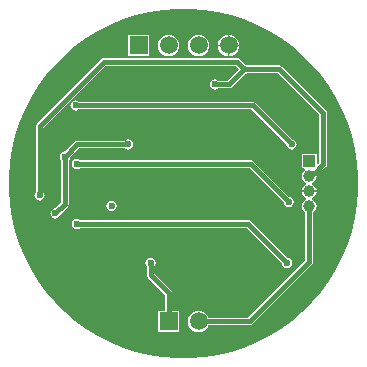
<source format=gbl>
G04*
G04 #@! TF.GenerationSoftware,Altium Limited,Altium Designer,22.0.2 (36)*
G04*
G04 Layer_Physical_Order=2*
G04 Layer_Color=16711680*
%FSLAX25Y25*%
%MOIN*%
G70*
G04*
G04 #@! TF.SameCoordinates,4316817A-AEA0-4868-BE51-98C0054D8074*
G04*
G04*
G04 #@! TF.FilePolarity,Positive*
G04*
G01*
G75*
%ADD28C,0.01500*%
%ADD29C,0.05906*%
%ADD30R,0.05906X0.05906*%
%ADD31C,0.03937*%
%ADD32R,0.03937X0.03937*%
%ADD33C,0.02362*%
G36*
X6852Y57893D02*
X11373Y57177D01*
X15824Y56108D01*
X20178Y54694D01*
X24407Y52942D01*
X28485Y50864D01*
X32388Y48472D01*
X36091Y45782D01*
X39572Y42809D01*
X42809Y39572D01*
X45782Y36091D01*
X48472Y32388D01*
X50864Y28485D01*
X52942Y24407D01*
X54694Y20178D01*
X56108Y15824D01*
X57177Y11373D01*
X57893Y6852D01*
X58252Y2289D01*
Y-2289D01*
X57893Y-6852D01*
X57177Y-11373D01*
X56108Y-15824D01*
X54694Y-20178D01*
X52942Y-24407D01*
X50864Y-28485D01*
X48472Y-32388D01*
X45782Y-36091D01*
X42809Y-39572D01*
X39572Y-42809D01*
X36091Y-45782D01*
X32388Y-48472D01*
X28485Y-50864D01*
X24407Y-52942D01*
X20178Y-54694D01*
X15824Y-56108D01*
X11373Y-57177D01*
X6852Y-57893D01*
X2289Y-58252D01*
X-2289D01*
X-6852Y-57893D01*
X-11373Y-57177D01*
X-15824Y-56108D01*
X-20178Y-54694D01*
X-24407Y-52942D01*
X-28485Y-50864D01*
X-32388Y-48472D01*
X-36091Y-45782D01*
X-39572Y-42809D01*
X-42809Y-39572D01*
X-45782Y-36091D01*
X-48472Y-32388D01*
X-50864Y-28485D01*
X-52942Y-24407D01*
X-54694Y-20178D01*
X-56108Y-15824D01*
X-57177Y-11373D01*
X-57893Y-6852D01*
X-58252Y-2289D01*
Y2289D01*
X-57893Y6852D01*
X-57177Y11373D01*
X-56108Y15824D01*
X-54694Y20178D01*
X-52942Y24407D01*
X-50864Y28485D01*
X-48472Y32388D01*
X-45782Y36091D01*
X-42809Y39572D01*
X-39572Y42809D01*
X-36091Y45782D01*
X-32388Y48472D01*
X-28485Y50864D01*
X-24407Y52942D01*
X-20178Y54694D01*
X-15824Y56108D01*
X-11373Y57177D01*
X-6852Y57893D01*
X-2289Y58252D01*
X2289D01*
X6852Y57893D01*
D02*
G37*
%LPC*%
G36*
X15250Y49450D02*
Y46250D01*
X18450D01*
X18364Y46901D01*
X18016Y47741D01*
X17462Y48463D01*
X16741Y49016D01*
X15901Y49364D01*
X15250Y49450D01*
D02*
G37*
G36*
X14750D02*
X14099Y49364D01*
X13259Y49016D01*
X12538Y48463D01*
X11984Y47741D01*
X11636Y46901D01*
X11550Y46250D01*
X14750D01*
Y49450D01*
D02*
G37*
G36*
X18450Y45750D02*
X15250D01*
Y42550D01*
X15901Y42636D01*
X16741Y42984D01*
X17462Y43538D01*
X18016Y44259D01*
X18364Y45099D01*
X18450Y45750D01*
D02*
G37*
G36*
X14750D02*
X11550D01*
X11636Y45099D01*
X11984Y44259D01*
X12538Y43538D01*
X13259Y42984D01*
X14099Y42636D01*
X14750Y42550D01*
Y45750D01*
D02*
G37*
G36*
X-11547Y49453D02*
X-18453D01*
Y42547D01*
X-11547D01*
Y49453D01*
D02*
G37*
G36*
X5000Y49483D02*
X4099Y49364D01*
X3259Y49016D01*
X2537Y48463D01*
X1984Y47741D01*
X1636Y46901D01*
X1517Y46000D01*
X1636Y45099D01*
X1984Y44259D01*
X2537Y43538D01*
X3259Y42984D01*
X4099Y42636D01*
X5000Y42518D01*
X5901Y42636D01*
X6741Y42984D01*
X7463Y43538D01*
X8016Y44259D01*
X8364Y45099D01*
X8483Y46000D01*
X8364Y46901D01*
X8016Y47741D01*
X7463Y48463D01*
X6741Y49016D01*
X5901Y49364D01*
X5000Y49483D01*
D02*
G37*
G36*
X-5000D02*
X-5901Y49364D01*
X-6741Y49016D01*
X-7463Y48463D01*
X-8016Y47741D01*
X-8364Y46901D01*
X-8483Y46000D01*
X-8364Y45099D01*
X-8016Y44259D01*
X-7463Y43538D01*
X-6741Y42984D01*
X-5901Y42636D01*
X-5000Y42518D01*
X-4099Y42636D01*
X-3259Y42984D01*
X-2537Y43538D01*
X-1984Y44259D01*
X-1636Y45099D01*
X-1517Y46000D01*
X-1636Y46901D01*
X-1984Y47741D01*
X-2537Y48463D01*
X-3259Y49016D01*
X-4099Y49364D01*
X-5000Y49483D01*
D02*
G37*
G36*
X-36000Y27714D02*
X-36656Y27584D01*
X-37212Y27212D01*
X-37584Y26656D01*
X-37714Y26000D01*
X-37584Y25344D01*
X-37212Y24788D01*
X-36656Y24416D01*
X-36000Y24286D01*
X-35344Y24416D01*
X-34881Y24725D01*
X22472D01*
X34308Y12890D01*
X34416Y12344D01*
X34788Y11788D01*
X35344Y11416D01*
X36000Y11286D01*
X36656Y11416D01*
X37212Y11788D01*
X37584Y12344D01*
X37714Y13000D01*
X37584Y13656D01*
X37212Y14212D01*
X36656Y14584D01*
X36110Y14692D01*
X23901Y26901D01*
X23488Y27178D01*
X23000Y27275D01*
X-34881D01*
X-35344Y27584D01*
X-36000Y27714D01*
D02*
G37*
G36*
X-18500Y14714D02*
X-19156Y14584D01*
X-19618Y14275D01*
X-35500D01*
X-35988Y14177D01*
X-36401Y13901D01*
X-39627Y10676D01*
X-40172Y10567D01*
X-40729Y10195D01*
X-41100Y9640D01*
X-41230Y8984D01*
X-41100Y8328D01*
X-40791Y7865D01*
Y-6298D01*
X-42801Y-8308D01*
X-43347Y-8416D01*
X-43903Y-8788D01*
X-44275Y-9344D01*
X-44405Y-10000D01*
X-44275Y-10656D01*
X-43903Y-11212D01*
X-43347Y-11584D01*
X-42691Y-11714D01*
X-42035Y-11584D01*
X-41479Y-11212D01*
X-41107Y-10656D01*
X-40999Y-10110D01*
X-38615Y-7727D01*
X-38339Y-7313D01*
X-38242Y-6825D01*
Y7865D01*
X-37933Y8328D01*
X-37824Y8873D01*
X-34972Y11726D01*
X-19618D01*
X-19156Y11416D01*
X-18500Y11286D01*
X-17844Y11416D01*
X-17288Y11788D01*
X-16916Y12344D01*
X-16786Y13000D01*
X-16916Y13656D01*
X-17288Y14212D01*
X-17844Y14584D01*
X-18500Y14714D01*
D02*
G37*
G36*
X17829Y41774D02*
X-26500D01*
X-26988Y41677D01*
X-27401Y41401D01*
X-48901Y19901D01*
X-49178Y19488D01*
X-49275Y19000D01*
Y-2881D01*
X-49584Y-3344D01*
X-49714Y-4000D01*
X-49584Y-4656D01*
X-49212Y-5212D01*
X-48656Y-5584D01*
X-48000Y-5714D01*
X-47344Y-5584D01*
X-46788Y-5212D01*
X-46416Y-4656D01*
X-46286Y-4000D01*
X-46416Y-3344D01*
X-46725Y-2881D01*
Y18472D01*
X-25972Y39226D01*
X17301D01*
X18457Y38069D01*
X14663Y34275D01*
X11619D01*
X11156Y34584D01*
X10500Y34714D01*
X9844Y34584D01*
X9288Y34212D01*
X8916Y33656D01*
X8786Y33000D01*
X8916Y32344D01*
X9288Y31788D01*
X9844Y31416D01*
X10500Y31286D01*
X11156Y31416D01*
X11619Y31725D01*
X15191D01*
X15679Y31822D01*
X16092Y32099D01*
X20370Y36377D01*
X20916Y36485D01*
X21378Y36794D01*
X31403D01*
X45226Y22972D01*
Y6957D01*
X44796Y6528D01*
X44335Y6719D01*
Y9968D01*
X39398D01*
Y5032D01*
X40312D01*
X40463Y4532D01*
X40086Y4280D01*
X39541Y3463D01*
X39349Y2500D01*
X39541Y1537D01*
X40086Y720D01*
X40749Y278D01*
X40763Y237D01*
Y-237D01*
X40749Y-278D01*
X40086Y-720D01*
X39541Y-1537D01*
X39399Y-2250D01*
X44333D01*
X44191Y-1537D01*
X43646Y-720D01*
X42983Y-278D01*
X42970Y-237D01*
Y237D01*
X42983Y278D01*
X43646Y720D01*
X44191Y1537D01*
X44383Y2500D01*
X44374Y2546D01*
X44466Y2638D01*
X44603Y2729D01*
X47401Y5528D01*
X47677Y5941D01*
X47774Y6429D01*
Y23500D01*
X47677Y23988D01*
X47401Y24401D01*
X32832Y38970D01*
X32419Y39246D01*
X31931Y39343D01*
X21378D01*
X20916Y39652D01*
X20370Y39761D01*
X18730Y41401D01*
X18316Y41677D01*
X17829Y41774D01*
D02*
G37*
G36*
X-35500Y8214D02*
X-36156Y8084D01*
X-36712Y7712D01*
X-37084Y7156D01*
X-37214Y6500D01*
X-37084Y5844D01*
X-36712Y5288D01*
X-36156Y4916D01*
X-35500Y4786D01*
X-34844Y4916D01*
X-34381Y5226D01*
X21846D01*
X33333Y-6262D01*
X33442Y-6808D01*
X33813Y-7364D01*
X34369Y-7735D01*
X35025Y-7866D01*
X35681Y-7735D01*
X36237Y-7364D01*
X36609Y-6808D01*
X36739Y-6152D01*
X36609Y-5496D01*
X36237Y-4940D01*
X35681Y-4568D01*
X35136Y-4460D01*
X23275Y7401D01*
X22861Y7677D01*
X22373Y7774D01*
X-34381D01*
X-34844Y8084D01*
X-35500Y8214D01*
D02*
G37*
G36*
X-24000Y-5786D02*
X-24656Y-5916D01*
X-25212Y-6288D01*
X-25584Y-6844D01*
X-25714Y-7500D01*
X-25584Y-8156D01*
X-25212Y-8712D01*
X-24656Y-9084D01*
X-24000Y-9214D01*
X-23344Y-9084D01*
X-22788Y-8712D01*
X-22416Y-8156D01*
X-22286Y-7500D01*
X-22416Y-6844D01*
X-22788Y-6288D01*
X-23344Y-5916D01*
X-24000Y-5786D01*
D02*
G37*
G36*
X-35500Y-11786D02*
X-36156Y-11916D01*
X-36712Y-12288D01*
X-37084Y-12844D01*
X-37214Y-13500D01*
X-37084Y-14156D01*
X-36712Y-14712D01*
X-36156Y-15084D01*
X-35500Y-15214D01*
X-34844Y-15084D01*
X-34381Y-14774D01*
X20972D01*
X32808Y-26610D01*
X32916Y-27156D01*
X33288Y-27712D01*
X33844Y-28084D01*
X34500Y-28214D01*
X35156Y-28084D01*
X35712Y-27712D01*
X36084Y-27156D01*
X36214Y-26500D01*
X36084Y-25844D01*
X35712Y-25288D01*
X35156Y-24916D01*
X34610Y-24808D01*
X22401Y-12599D01*
X21988Y-12323D01*
X21500Y-12225D01*
X-34381D01*
X-34844Y-11916D01*
X-35500Y-11786D01*
D02*
G37*
G36*
X44333Y-2750D02*
X39399D01*
X39541Y-3463D01*
X40086Y-4280D01*
X40749Y-4722D01*
X40763Y-4764D01*
Y-5237D01*
X40749Y-5278D01*
X40086Y-5720D01*
X39541Y-6537D01*
X39349Y-7500D01*
X39541Y-8463D01*
X40086Y-9280D01*
X40592Y-9617D01*
Y-25606D01*
X21472Y-44725D01*
X8209D01*
X8016Y-44259D01*
X7463Y-43538D01*
X6741Y-42984D01*
X5901Y-42636D01*
X5000Y-42518D01*
X4099Y-42636D01*
X3259Y-42984D01*
X2537Y-43538D01*
X1984Y-44259D01*
X1636Y-45099D01*
X1517Y-46000D01*
X1636Y-46901D01*
X1984Y-47741D01*
X2537Y-48463D01*
X3259Y-49016D01*
X4099Y-49364D01*
X5000Y-49483D01*
X5901Y-49364D01*
X6741Y-49016D01*
X7463Y-48463D01*
X8016Y-47741D01*
X8209Y-47275D01*
X22000D01*
X22488Y-47177D01*
X22901Y-46901D01*
X42767Y-27035D01*
X43044Y-26622D01*
X43141Y-26134D01*
Y-9617D01*
X43646Y-9280D01*
X44191Y-8463D01*
X44383Y-7500D01*
X44191Y-6537D01*
X43646Y-5720D01*
X42983Y-5278D01*
X42970Y-5237D01*
Y-4764D01*
X42983Y-4722D01*
X43646Y-4280D01*
X44191Y-3463D01*
X44333Y-2750D01*
D02*
G37*
G36*
X-11000Y-24786D02*
X-11656Y-24916D01*
X-12212Y-25288D01*
X-12584Y-25844D01*
X-12714Y-26500D01*
X-12584Y-27156D01*
X-12274Y-27619D01*
Y-30500D01*
X-12178Y-30988D01*
X-11901Y-31401D01*
X-6274Y-37028D01*
Y-42547D01*
X-8453D01*
Y-49453D01*
X-1547D01*
Y-42547D01*
X-3726D01*
Y-36500D01*
X-3822Y-36012D01*
X-4099Y-35599D01*
X-9725Y-29972D01*
Y-27619D01*
X-9416Y-27156D01*
X-9286Y-26500D01*
X-9416Y-25844D01*
X-9788Y-25288D01*
X-10344Y-24916D01*
X-11000Y-24786D01*
D02*
G37*
%LPD*%
D28*
Y-30500D02*
X-5000Y-36500D01*
Y-46000D02*
Y-36500D01*
X-11000Y-30500D02*
Y-26500D01*
X-35500Y13000D02*
X-18500D01*
X-39516Y-6825D02*
Y8984D01*
X-35500Y13000D01*
X-26500Y40500D02*
X17829D01*
X20260Y38069D01*
X-48000Y19000D02*
X-26500Y40500D01*
X-48000Y-4000D02*
Y19000D01*
X-42691Y-10000D02*
X-39516Y-6825D01*
X43701Y3631D02*
X46500Y6429D01*
X41866Y2500D02*
X42526D01*
X43656Y3631D01*
X43701D01*
X46500Y6429D02*
Y23500D01*
X20260Y38069D02*
X31931D01*
X46500Y23500D01*
X15191Y33000D02*
X20260Y38069D01*
X10500Y33000D02*
X15191D01*
X-35500Y-13500D02*
X21500D01*
X34500Y-26500D01*
X22373Y6500D02*
X35025Y-6152D01*
X-35500Y6500D02*
X22373D01*
X23000Y26000D02*
X36000Y13000D01*
X-36000Y26000D02*
X23000D01*
X41866Y-26134D02*
Y-7500D01*
X5000Y-46000D02*
X22000D01*
X41866Y-26134D01*
D29*
X5000Y-46000D02*
D03*
X15000Y46000D02*
D03*
X5000D02*
D03*
X-5000D02*
D03*
D30*
Y-46000D02*
D03*
X-15000Y46000D02*
D03*
D31*
X41866Y2500D02*
D03*
Y-2500D02*
D03*
Y-7500D02*
D03*
D32*
Y7500D02*
D03*
D33*
X-11000Y-26500D02*
D03*
X-24000Y-7500D02*
D03*
X-39516Y8984D02*
D03*
X-48000Y-4000D02*
D03*
X-42691Y-10000D02*
D03*
X-18500Y13000D02*
D03*
X10500Y33000D02*
D03*
X34500Y-26500D02*
D03*
X-35500Y-13500D02*
D03*
X35025Y-6152D02*
D03*
X-35500Y6500D02*
D03*
X36000Y13000D02*
D03*
X-36000Y26000D02*
D03*
X20260Y38069D02*
D03*
M02*

</source>
